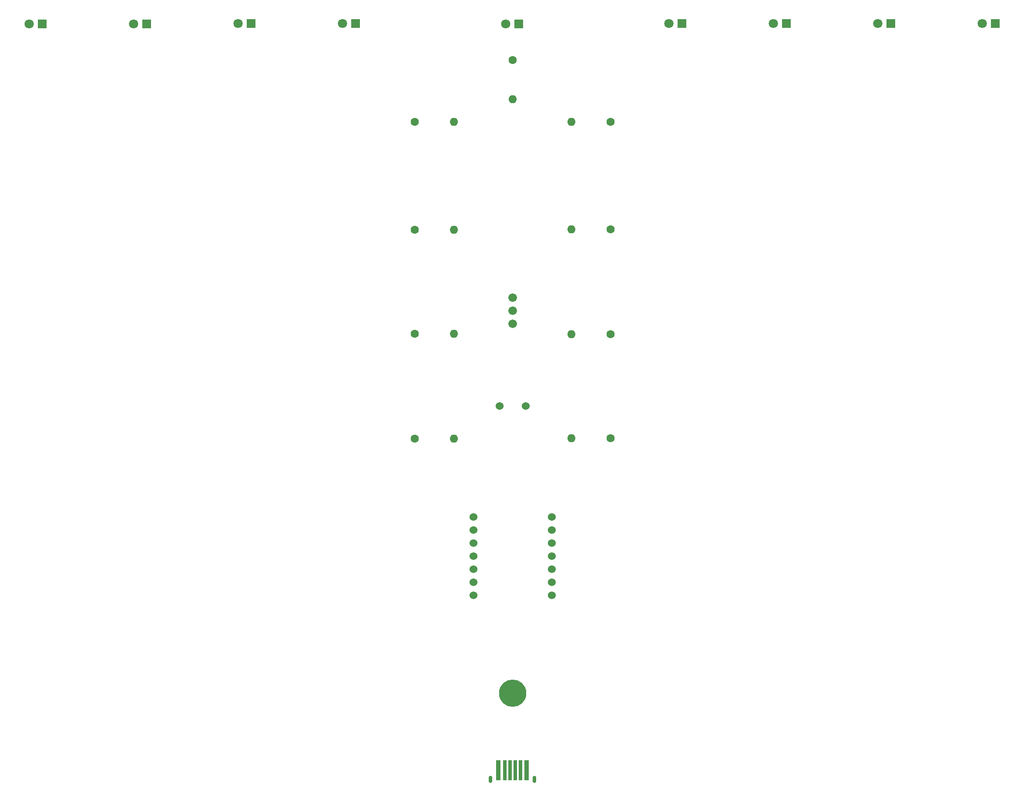
<source format=gbr>
%TF.GenerationSoftware,KiCad,Pcbnew,(6.0.9)*%
%TF.CreationDate,2022-11-09T13:14:35-05:00*%
%TF.ProjectId,CircuitPythonukiah,43697263-7569-4745-9079-74686f6e756b,1.0.0*%
%TF.SameCoordinates,Original*%
%TF.FileFunction,Soldermask,Bot*%
%TF.FilePolarity,Negative*%
%FSLAX46Y46*%
G04 Gerber Fmt 4.6, Leading zero omitted, Abs format (unit mm)*
G04 Created by KiCad (PCBNEW (6.0.9)) date 2022-11-09 13:14:35*
%MOMM*%
%LPD*%
G01*
G04 APERTURE LIST*
%ADD10R,1.800000X1.800000*%
%ADD11C,1.800000*%
%ADD12C,1.600000*%
%ADD13O,1.600000X1.600000*%
%ADD14C,5.300000*%
%ADD15C,1.524000*%
%ADD16C,1.676400*%
%ADD17R,0.700000X4.010000*%
%ADD18R,0.800000X4.010000*%
%ADD19R,0.900000X4.010000*%
%ADD20O,0.700000X1.400000*%
G04 APERTURE END LIST*
D10*
%TO.C,D8*%
X222144258Y-42439258D03*
D11*
X219604258Y-42439258D03*
%TD*%
D12*
%TO.C,R4*%
X109220000Y-61595000D03*
D13*
X116840000Y-61595000D03*
%TD*%
D12*
%TO.C,R9*%
X128270000Y-49530000D03*
D13*
X128270000Y-57150000D03*
%TD*%
D10*
%TO.C,D9*%
X129439258Y-42479258D03*
D11*
X126899258Y-42479258D03*
%TD*%
D12*
%TO.C,R3*%
X109220000Y-82550000D03*
D13*
X116840000Y-82550000D03*
%TD*%
D12*
%TO.C,R7*%
X147320000Y-102870000D03*
D13*
X139700000Y-102870000D03*
%TD*%
D12*
%TO.C,R6*%
X147320000Y-82444258D03*
D13*
X139700000Y-82444258D03*
%TD*%
D10*
%TO.C,D7*%
X201824258Y-42439258D03*
D11*
X199284258Y-42439258D03*
%TD*%
D10*
%TO.C,D4*%
X97684258Y-42439258D03*
D11*
X95144258Y-42439258D03*
%TD*%
D12*
%TO.C,R5*%
X147320000Y-61595000D03*
D13*
X139700000Y-61595000D03*
%TD*%
D14*
%TO.C,M5*%
X128270000Y-172720000D03*
%TD*%
D10*
%TO.C,D3*%
X77364258Y-42439258D03*
D11*
X74824258Y-42439258D03*
%TD*%
D12*
%TO.C,R8*%
X147320000Y-123084258D03*
D13*
X139700000Y-123084258D03*
%TD*%
D12*
%TO.C,R1*%
X109220000Y-123190000D03*
D13*
X116840000Y-123190000D03*
%TD*%
D10*
%TO.C,D5*%
X161184258Y-42439258D03*
D11*
X158644258Y-42439258D03*
%TD*%
D10*
%TO.C,D6*%
X181504258Y-42439258D03*
D11*
X178964258Y-42439258D03*
%TD*%
D15*
%TO.C,U1*%
X135890000Y-138430000D03*
X135890000Y-140970000D03*
X135890000Y-143510000D03*
X135890000Y-146050000D03*
X135890000Y-148590000D03*
X135890000Y-151130000D03*
X135890000Y-153670000D03*
X120650000Y-138430000D03*
X120650000Y-140970000D03*
X120650000Y-143510000D03*
X120650000Y-146050000D03*
X120650000Y-148590000D03*
X120650000Y-151130000D03*
X120650000Y-153670000D03*
%TD*%
D16*
%TO.C,SW1*%
X128270000Y-95758000D03*
X128270000Y-98298000D03*
X128270000Y-100838000D03*
%TD*%
D12*
%TO.C,R2*%
X109220000Y-102764258D03*
D13*
X116840000Y-102764258D03*
%TD*%
D10*
%TO.C,D2*%
X57049258Y-42479258D03*
D11*
X54509258Y-42479258D03*
%TD*%
D15*
%TO.C,LS1*%
X125730000Y-116840000D03*
X130810000Y-116840000D03*
%TD*%
D10*
%TO.C,D1*%
X36724258Y-42479258D03*
D11*
X34184258Y-42479258D03*
%TD*%
D17*
%TO.C,J1*%
X127770000Y-187679000D03*
D18*
X129790000Y-187679000D03*
D19*
X131020000Y-187679000D03*
D17*
X128770000Y-187679000D03*
D18*
X126750000Y-187679000D03*
D19*
X125520000Y-187679000D03*
D20*
X132540000Y-189484000D03*
X124000000Y-189484000D03*
%TD*%
M02*

</source>
